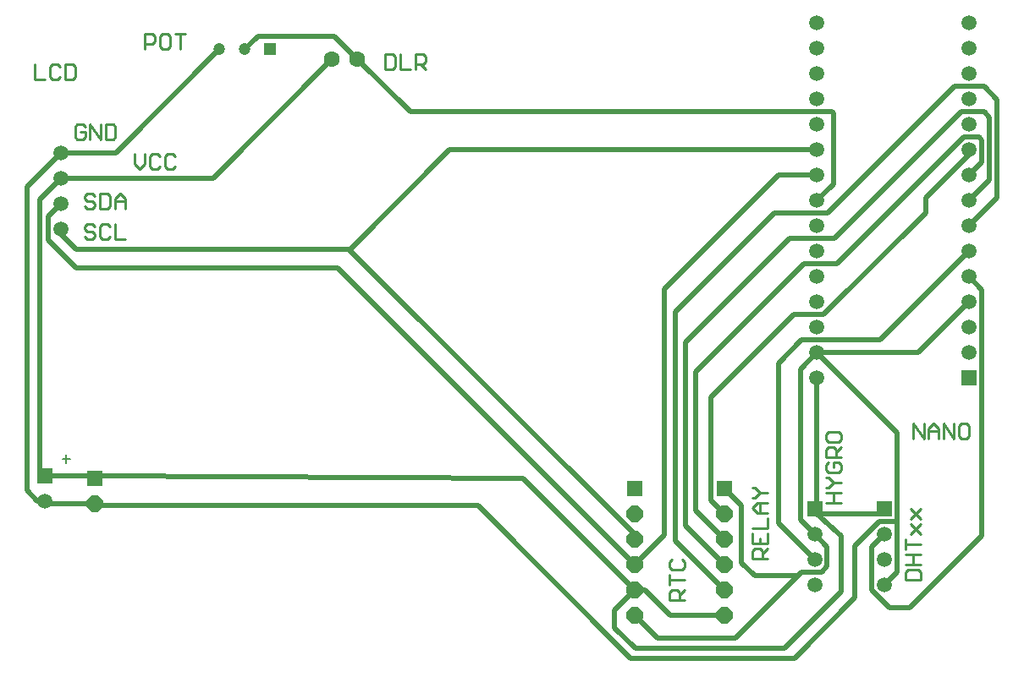
<source format=gbl>
G04 Layer_Physical_Order=2*
G04 Layer_Color=16711680*
%FSLAX42Y42*%
%MOMM*%
G71*
G01*
G75*
%ADD10C,0.51*%
%ADD11C,0.15*%
%ADD12C,0.25*%
%ADD13C,1.50*%
%ADD14R,1.50X1.50*%
%ADD15C,1.52*%
%ADD16R,1.52X1.52*%
%ADD17R,1.65X1.65*%
%ADD18P,1.79X8X292.5*%
%ADD19R,1.20X1.20*%
%ADD20C,1.20*%
%ADD21C,1.60*%
D10*
X3340Y4200D02*
X3353D01*
X227Y1673D02*
X300D01*
X120Y1780D02*
X227Y1673D01*
X120Y1780D02*
Y4823D01*
X462Y5165D01*
X6200Y1292D02*
Y1340D01*
X3340Y4200D02*
X6200Y1340D01*
X614Y4200D02*
X3340D01*
X4345Y5192D02*
X8024D01*
X3353Y4200D02*
X4345Y5192D01*
X7895Y4049D02*
X8225D01*
X9495Y5319D01*
X9648D01*
X6560Y530D02*
X7100D01*
X6306Y784D02*
X6560Y530D01*
X6200Y784D02*
X6306D01*
X3197Y6330D02*
X3427Y6100D01*
X2430Y6330D02*
X3197D01*
X2300Y6200D02*
X2430Y6330D01*
X9467Y5573D02*
X9698D01*
X8197Y4303D02*
X9467Y5573D01*
X9548Y5148D02*
Y5192D01*
X9113Y4713D02*
X9548Y5148D01*
X9113Y4563D02*
Y4713D01*
X8091Y3541D02*
X9113Y4563D01*
X7791Y3541D02*
X8091D01*
X613Y4010D02*
X3228D01*
X335Y4288D02*
X613Y4010D01*
X3228D02*
X6200Y1038D01*
X5084Y1900D02*
X6200Y784D01*
X4630Y1630D02*
X6160Y100D01*
X830Y1630D02*
X4630D01*
X6160Y100D02*
X7800D01*
X800Y1600D02*
X830Y1630D01*
X6208Y200D02*
X7700D01*
X6000Y408D02*
X6208Y200D01*
X6000Y408D02*
Y584D01*
X8024Y1594D02*
Y2906D01*
X8019Y1589D02*
X8024Y1594D01*
X8019Y1589D02*
X8020Y1550D01*
X8270Y1330D01*
Y770D02*
Y1330D01*
X7700Y200D02*
X8270Y770D01*
X8000Y1346D02*
X8126Y1220D01*
Y1018D02*
Y1220D01*
X8073Y965D02*
X8126Y1018D01*
X250Y4699D02*
X462Y4911D01*
X250Y1977D02*
Y4699D01*
Y1977D02*
X300Y1927D01*
X335Y4288D02*
Y4530D01*
X462Y4657D01*
X354Y1646D02*
X800D01*
X327Y1673D02*
X354Y1646D01*
X300Y1673D02*
X327D01*
X6000Y584D02*
X6200Y784D01*
X7400Y925D02*
X7830D01*
X7271Y1054D02*
Y1629D01*
Y1054D02*
X7400Y925D01*
X7100Y1800D02*
X7271Y1629D01*
X6710Y3267D02*
X7746Y4303D01*
X6710Y1428D02*
Y3267D01*
Y1428D02*
X7100Y1038D01*
X6610Y3572D02*
X7595Y4557D01*
X6610Y1274D02*
Y3572D01*
Y1274D02*
X7100Y784D01*
X8406Y1229D02*
X8649Y1473D01*
X8406Y706D02*
Y1229D01*
X800Y1600D02*
Y1646D01*
X6500Y3800D02*
X7638Y4938D01*
X6500Y1338D02*
Y3800D01*
X6200Y1038D02*
X6500Y1338D01*
X7638Y4938D02*
X8024D01*
X7636Y1456D02*
X8000Y1092D01*
X7636Y1456D02*
Y3055D01*
X8649Y1473D02*
X8827D01*
X462Y4352D02*
X614Y4200D01*
X462Y4352D02*
Y4403D01*
X7800Y100D02*
X8406Y706D01*
X6430Y300D02*
X7205D01*
X6200Y530D02*
X6430Y300D01*
X800Y1924D02*
X5084Y1900D01*
X300Y1927D02*
X800Y1924D01*
X800Y1924D01*
X8827Y965D02*
Y1473D01*
X7205Y300D02*
X7870Y965D01*
X800Y1900D02*
Y1924D01*
X7870Y965D02*
X8073D01*
X462Y4911D02*
X1984D01*
X3173Y6100D01*
X7636Y3055D02*
X7868Y3287D01*
X8659D01*
X9548Y4176D01*
X6813Y1579D02*
X7100Y1292D01*
X6813Y1579D02*
Y2967D01*
X7895Y4049D01*
X9648Y5319D02*
X9676Y5291D01*
Y5066D02*
Y5291D01*
X9548Y4938D02*
X9676Y5066D01*
X9548Y4430D02*
X9828Y4711D01*
Y5698D01*
X9698Y5827D02*
X9828Y5698D01*
X9400Y5827D02*
X9698D01*
X8130Y4557D02*
X9400Y5827D01*
X7595Y4557D02*
X8130D01*
X9548Y4684D02*
X9752Y4889D01*
Y5520D01*
X9698Y5573D02*
X9752Y5520D01*
X7746Y4303D02*
X8197D01*
X3427Y6100D02*
X3954Y5573D01*
X8174D01*
X8191Y5556D01*
Y4852D02*
Y5556D01*
X8024Y4684D02*
X8191Y4852D01*
X6965Y1681D02*
X7100Y1546D01*
X6965Y1681D02*
Y2716D01*
X7791Y3541D01*
X8020Y1550D02*
X8720D01*
X8827Y1473D02*
Y2357D01*
X8024Y3160D02*
X8827Y2357D01*
X8700Y838D02*
X8827Y965D01*
X462Y5165D02*
X1011D01*
X2046Y6200D01*
X8024Y3160D02*
X9040D01*
X9548Y3668D01*
X7857Y2994D02*
X8024Y3160D01*
X7857Y1489D02*
Y2994D01*
Y1489D02*
X8000Y1346D01*
X8573Y1219D02*
X8700Y1346D01*
X8573Y782D02*
Y1219D01*
Y782D02*
X8751Y604D01*
X8954D01*
X9676Y1325D01*
Y3794D01*
X9548Y3922D02*
X9676Y3794D01*
D11*
X512Y2136D02*
Y2059D01*
X550Y2098D02*
X474D01*
D12*
X8118Y1660D02*
X8270D01*
X8194D01*
Y1762D01*
X8118D01*
X8270D01*
X8118Y1812D02*
X8143D01*
X8194Y1863D01*
X8143Y1914D01*
X8118D01*
X8194Y1863D02*
X8270D01*
X8143Y2066D02*
X8118Y2041D01*
Y1990D01*
X8143Y1965D01*
X8245D01*
X8270Y1990D01*
Y2041D01*
X8245Y2066D01*
X8194D01*
Y2015D01*
X8270Y2117D02*
X8118D01*
Y2193D01*
X8143Y2219D01*
X8194D01*
X8219Y2193D01*
Y2117D01*
Y2168D02*
X8270Y2219D01*
X8118Y2346D02*
Y2295D01*
X8143Y2269D01*
X8245D01*
X8270Y2295D01*
Y2346D01*
X8245Y2371D01*
X8143D01*
X8118Y2346D01*
X8908Y890D02*
X9060D01*
Y966D01*
X9035Y992D01*
X8933D01*
X8908Y966D01*
Y890D01*
Y1042D02*
X9060D01*
X8984D01*
Y1144D01*
X8908D01*
X9060D01*
X8908Y1195D02*
Y1296D01*
Y1245D01*
X9060D01*
X8958Y1347D02*
X9060Y1449D01*
X9009Y1398D01*
X8958Y1449D01*
X9060Y1347D01*
X8958Y1499D02*
X9060Y1601D01*
X9009Y1550D01*
X8958Y1601D01*
X9060Y1499D01*
X8990Y2300D02*
Y2452D01*
X9092Y2300D01*
Y2452D01*
X9142Y2300D02*
Y2402D01*
X9193Y2452D01*
X9244Y2402D01*
Y2300D01*
Y2376D01*
X9142D01*
X9295Y2300D02*
Y2452D01*
X9396Y2300D01*
Y2452D01*
X9523D02*
X9472D01*
X9447Y2427D01*
Y2325D01*
X9472Y2300D01*
X9523D01*
X9549Y2325D01*
Y2427D01*
X9523Y2452D01*
X7530Y1100D02*
X7378D01*
Y1176D01*
X7403Y1202D01*
X7454D01*
X7479Y1176D01*
Y1100D01*
Y1151D02*
X7530Y1202D01*
X7378Y1354D02*
Y1252D01*
X7530D01*
Y1354D01*
X7454Y1252D02*
Y1303D01*
X7378Y1405D02*
X7530D01*
Y1506D01*
Y1557D02*
X7428D01*
X7378Y1608D01*
X7428Y1659D01*
X7530D01*
X7454D01*
Y1557D01*
X7378Y1709D02*
X7403D01*
X7454Y1760D01*
X7403Y1811D01*
X7378D01*
X7454Y1760D02*
X7530D01*
X6700Y680D02*
X6548D01*
Y756D01*
X6573Y782D01*
X6624D01*
X6649Y756D01*
Y680D01*
Y731D02*
X6700Y782D01*
X6548Y832D02*
Y934D01*
Y883D01*
X6700D01*
X6573Y1086D02*
X6548Y1061D01*
Y1010D01*
X6573Y985D01*
X6675D01*
X6700Y1010D01*
Y1061D01*
X6675Y1086D01*
X200Y6052D02*
Y5900D01*
X302D01*
X454Y6027D02*
X429Y6052D01*
X378D01*
X352Y6027D01*
Y5925D01*
X378Y5900D01*
X429D01*
X454Y5925D01*
X505Y6052D02*
Y5900D01*
X581D01*
X606Y5925D01*
Y6027D01*
X581Y6052D01*
X505D01*
X802Y4427D02*
X776Y4452D01*
X725D01*
X700Y4427D01*
Y4402D01*
X725Y4376D01*
X776D01*
X802Y4351D01*
Y4325D01*
X776Y4300D01*
X725D01*
X700Y4325D01*
X954Y4427D02*
X929Y4452D01*
X878D01*
X852Y4427D01*
Y4325D01*
X878Y4300D01*
X929D01*
X954Y4325D01*
X1005Y4452D02*
Y4300D01*
X1106D01*
X802Y4727D02*
X776Y4752D01*
X725D01*
X700Y4727D01*
Y4702D01*
X725Y4676D01*
X776D01*
X802Y4651D01*
Y4625D01*
X776Y4600D01*
X725D01*
X700Y4625D01*
X852Y4752D02*
Y4600D01*
X929D01*
X954Y4625D01*
Y4727D01*
X929Y4752D01*
X852D01*
X1005Y4600D02*
Y4702D01*
X1055Y4752D01*
X1106Y4702D01*
Y4600D01*
Y4676D01*
X1005D01*
X1200Y5152D02*
Y5051D01*
X1251Y5000D01*
X1302Y5051D01*
Y5152D01*
X1454Y5127D02*
X1429Y5152D01*
X1378D01*
X1352Y5127D01*
Y5025D01*
X1378Y5000D01*
X1429D01*
X1454Y5025D01*
X1606Y5127D02*
X1581Y5152D01*
X1530D01*
X1505Y5127D01*
Y5025D01*
X1530Y5000D01*
X1581D01*
X1606Y5025D01*
X702Y5427D02*
X676Y5452D01*
X625D01*
X600Y5427D01*
Y5325D01*
X625Y5300D01*
X676D01*
X702Y5325D01*
Y5376D01*
X651D01*
X752Y5300D02*
Y5452D01*
X854Y5300D01*
Y5452D01*
X905D02*
Y5300D01*
X981D01*
X1006Y5325D01*
Y5427D01*
X981Y5452D01*
X905D01*
X1300Y6200D02*
Y6352D01*
X1376D01*
X1402Y6327D01*
Y6276D01*
X1376Y6251D01*
X1300D01*
X1529Y6352D02*
X1478D01*
X1452Y6327D01*
Y6225D01*
X1478Y6200D01*
X1529D01*
X1554Y6225D01*
Y6327D01*
X1529Y6352D01*
X1605D02*
X1706D01*
X1655D01*
Y6200D01*
X3700Y6152D02*
Y6000D01*
X3776D01*
X3802Y6025D01*
Y6127D01*
X3776Y6152D01*
X3700D01*
X3852D02*
Y6000D01*
X3954D01*
X4005D02*
Y6152D01*
X4081D01*
X4106Y6127D01*
Y6076D01*
X4081Y6051D01*
X4005D01*
X4055D02*
X4106Y6000D01*
D13*
X8000Y838D02*
D03*
Y1092D02*
D03*
Y1346D02*
D03*
X8700Y838D02*
D03*
Y1092D02*
D03*
Y1346D02*
D03*
X300Y1673D02*
D03*
D14*
X8000Y1600D02*
D03*
X8700D02*
D03*
X300Y1927D02*
D03*
D15*
X9548Y5954D02*
D03*
Y5700D02*
D03*
Y5446D02*
D03*
Y5192D02*
D03*
Y4938D02*
D03*
Y4684D02*
D03*
Y4430D02*
D03*
Y4176D02*
D03*
Y3922D02*
D03*
Y3668D02*
D03*
Y3414D02*
D03*
Y3160D02*
D03*
X8024Y2906D02*
D03*
X9548Y6208D02*
D03*
Y6462D02*
D03*
X8024Y3160D02*
D03*
Y3414D02*
D03*
Y3668D02*
D03*
Y3922D02*
D03*
Y4176D02*
D03*
Y4430D02*
D03*
Y4684D02*
D03*
Y4938D02*
D03*
Y5192D02*
D03*
Y5954D02*
D03*
Y5446D02*
D03*
Y5700D02*
D03*
Y6208D02*
D03*
Y6462D02*
D03*
X462Y4403D02*
D03*
Y4657D02*
D03*
Y4911D02*
D03*
Y5165D02*
D03*
D16*
X9548Y2906D02*
D03*
D17*
X7100Y1800D02*
D03*
X6200D02*
D03*
X800Y1900D02*
D03*
D18*
X7100Y1546D02*
D03*
Y1292D02*
D03*
Y1038D02*
D03*
Y784D02*
D03*
Y530D02*
D03*
X6200D02*
D03*
Y784D02*
D03*
Y1038D02*
D03*
Y1292D02*
D03*
Y1546D02*
D03*
X800Y1646D02*
D03*
D19*
X2554Y6200D02*
D03*
D20*
X2300D02*
D03*
X2046D02*
D03*
D21*
X3427Y6100D02*
D03*
X3173D02*
D03*
M02*

</source>
